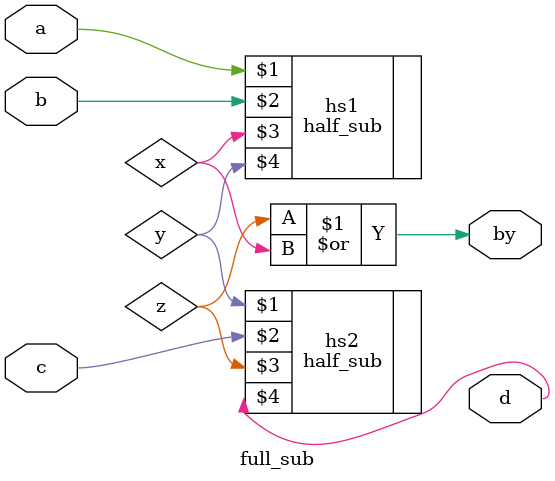
<source format=v>
module full_sub(input a,b,c, output by,d);
wire x,y,z;
half_sub hs1(a,b,x,y);
half_sub hs2(y,c,z,d);
assign by = z | x;
endmodule

</source>
